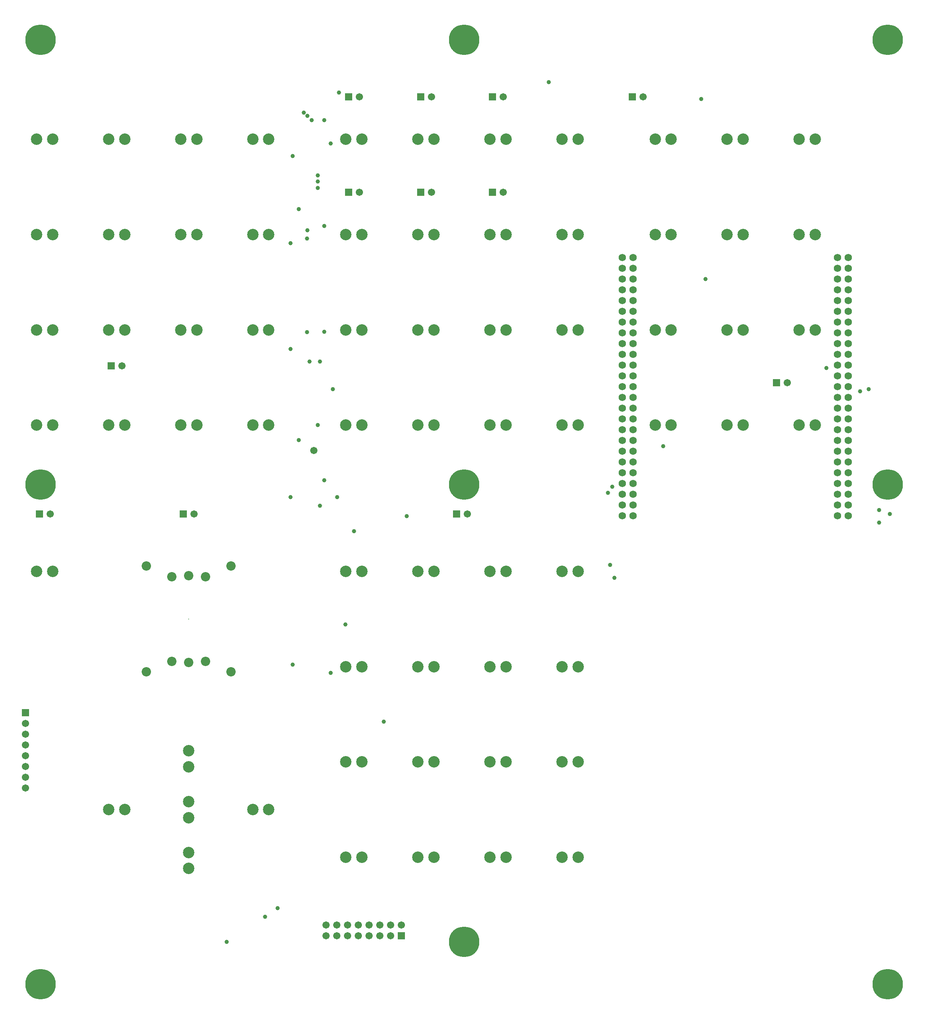
<source format=gbr>
%TF.GenerationSoftware,Altium Limited,Altium Designer,20.2.5 (213)*%
G04 Layer_Color=16711935*
%FSLAX45Y45*%
%MOMM*%
%TF.SameCoordinates,662F433C-BD6F-4083-8A0F-E7C0AAC1164F*%
%TF.FilePolarity,Negative*%
%TF.FileFunction,Soldermask,Bot*%
%TF.Part,Single*%
G01*
G75*
%TA.AperFunction,ComponentPad*%
%ADD33C,2.70320*%
%ADD34C,1.70320*%
%ADD35R,1.70320X1.70320*%
%ADD36C,1.72720*%
%ADD37R,1.70320X1.70320*%
%ADD38C,0.20320*%
%ADD39C,2.20320*%
%TA.AperFunction,ViaPad*%
%ADD40C,7.20320*%
%ADD41C,1.00320*%
%ADD42C,1.70320*%
D33*
X15410001Y20450000D02*
D03*
X15789999D02*
D03*
X18810001Y13700000D02*
D03*
X19189999D02*
D03*
X4400008Y4435000D02*
D03*
Y4815000D02*
D03*
X18810001Y15950000D02*
D03*
X19189999D02*
D03*
X18810001Y18200000D02*
D03*
X19189999D02*
D03*
X18810001Y20450000D02*
D03*
X19189999D02*
D03*
X17110001Y13700000D02*
D03*
X17489999D02*
D03*
X17110001Y15950000D02*
D03*
X17489999D02*
D03*
X17110001Y18200000D02*
D03*
X17489999D02*
D03*
X17110001Y20450000D02*
D03*
X17489999D02*
D03*
X15410001Y13700000D02*
D03*
X15789999D02*
D03*
X15410001Y15950000D02*
D03*
X15789999D02*
D03*
X15410001Y18200000D02*
D03*
X15789999D02*
D03*
X13210001Y13700000D02*
D03*
X13589999D02*
D03*
X11510000D02*
D03*
X11890000D02*
D03*
X9810000D02*
D03*
X10190000D02*
D03*
X8110000D02*
D03*
X8490000D02*
D03*
X13210001Y15950000D02*
D03*
X13589999D02*
D03*
X11510000D02*
D03*
X11890000D02*
D03*
X9810000D02*
D03*
X10190000D02*
D03*
X8110000D02*
D03*
X8490000D02*
D03*
X13210001Y18200000D02*
D03*
X13589999D02*
D03*
X11510000D02*
D03*
X11890000D02*
D03*
X9810000D02*
D03*
X10190000D02*
D03*
X8110000D02*
D03*
X8490000D02*
D03*
X13210001Y20450000D02*
D03*
X13589999D02*
D03*
X11510000D02*
D03*
X11890000D02*
D03*
X9810000D02*
D03*
X10190000D02*
D03*
X8110000D02*
D03*
X8490000D02*
D03*
X13210001Y10250000D02*
D03*
X13589999D02*
D03*
X13210001Y8000000D02*
D03*
X13589999D02*
D03*
X13210001Y5750000D02*
D03*
X13589999D02*
D03*
X13210001Y3500000D02*
D03*
X13589999D02*
D03*
X11510000D02*
D03*
X11890000D02*
D03*
X9810000D02*
D03*
X10190000D02*
D03*
X11510000Y10250000D02*
D03*
X11890000D02*
D03*
X9810000D02*
D03*
X10190000D02*
D03*
X8110000D02*
D03*
X8490000D02*
D03*
X11510000Y8000000D02*
D03*
X11890000D02*
D03*
X9810000D02*
D03*
X10190000D02*
D03*
X8110000D02*
D03*
X8490000D02*
D03*
X11510000Y5750000D02*
D03*
X11890000D02*
D03*
X9810000D02*
D03*
X10190000D02*
D03*
X8110000D02*
D03*
X8490000D02*
D03*
X8110000Y3500000D02*
D03*
X8490000D02*
D03*
X4400000Y3235000D02*
D03*
Y3615000D02*
D03*
Y5635000D02*
D03*
Y6015000D02*
D03*
X5910000Y4625000D02*
D03*
X6290000D02*
D03*
X2510000D02*
D03*
X2890000D02*
D03*
X810000Y10250000D02*
D03*
X1190000D02*
D03*
X5910000Y13700000D02*
D03*
X6290000D02*
D03*
X4210000D02*
D03*
X4590000D02*
D03*
X2510000D02*
D03*
X2890000D02*
D03*
X810000D02*
D03*
X1190000D02*
D03*
X5910000Y15950000D02*
D03*
X6290000D02*
D03*
X4210000D02*
D03*
X4590000D02*
D03*
X2510000D02*
D03*
X2890000D02*
D03*
X810000D02*
D03*
X1190000D02*
D03*
X5910000Y18200000D02*
D03*
X6290000D02*
D03*
X4210000D02*
D03*
X4590000D02*
D03*
X2510000D02*
D03*
X2890000D02*
D03*
X810000D02*
D03*
X1190000D02*
D03*
X5910000Y20450000D02*
D03*
X6290000D02*
D03*
X4210000D02*
D03*
X4590000D02*
D03*
X2510000D02*
D03*
X2890000D02*
D03*
X810000D02*
D03*
X1190000D02*
D03*
D34*
X2827000Y15100000D02*
D03*
X9416000Y1904000D02*
D03*
X9162000Y1650000D02*
D03*
Y1904000D02*
D03*
X8908000Y1650000D02*
D03*
Y1904000D02*
D03*
X8654000Y1650000D02*
D03*
Y1904000D02*
D03*
X8400000Y1650000D02*
D03*
Y1904000D02*
D03*
X8146000Y1650000D02*
D03*
Y1904000D02*
D03*
X7892000Y1650000D02*
D03*
Y1904000D02*
D03*
X7638000Y1650000D02*
D03*
Y1904000D02*
D03*
X550000Y6658000D02*
D03*
Y6404000D02*
D03*
Y6150000D02*
D03*
Y5896000D02*
D03*
Y5642000D02*
D03*
Y5388000D02*
D03*
Y5134000D02*
D03*
X10977000Y11600000D02*
D03*
X4527000D02*
D03*
X1127000D02*
D03*
X18527000Y14700000D02*
D03*
X11827000Y19200000D02*
D03*
X10127000D02*
D03*
X8427000D02*
D03*
X15127000Y21450000D02*
D03*
X11827000D02*
D03*
X10127000D02*
D03*
X8427000D02*
D03*
D35*
X2573000Y15100000D02*
D03*
X9416000Y1650000D02*
D03*
X10723000Y11600000D02*
D03*
X4273000D02*
D03*
X873000D02*
D03*
X18273000Y14700000D02*
D03*
X11573000Y19200000D02*
D03*
X9873000D02*
D03*
X8173000D02*
D03*
X14873000Y21450000D02*
D03*
X11573000D02*
D03*
X9873000D02*
D03*
X8173000D02*
D03*
D36*
X19967999Y17656000D02*
D03*
X19714000D02*
D03*
X19967999Y17402000D02*
D03*
X19714000D02*
D03*
X19967999Y17148000D02*
D03*
X19714000D02*
D03*
X19967999Y16894000D02*
D03*
X19714000D02*
D03*
X19967999Y16639999D02*
D03*
X19714000D02*
D03*
X19967999Y16386000D02*
D03*
X19714000D02*
D03*
X19967999Y16132001D02*
D03*
X19714000D02*
D03*
X19967999Y15878000D02*
D03*
X19714000D02*
D03*
X19967999Y15624001D02*
D03*
X19714000D02*
D03*
X19967999Y15370000D02*
D03*
X19714000D02*
D03*
X19967999Y15116000D02*
D03*
X19714000D02*
D03*
X19967999Y14862000D02*
D03*
X19714000D02*
D03*
X19967999Y14608000D02*
D03*
X19714000D02*
D03*
X19967999Y14353999D02*
D03*
X19714000D02*
D03*
X19967999Y14100000D02*
D03*
X19714000D02*
D03*
X19967999Y13846001D02*
D03*
X19714000D02*
D03*
X19967999Y13592000D02*
D03*
X19714000D02*
D03*
X19967999Y13338000D02*
D03*
X19714000D02*
D03*
X19967999Y13084000D02*
D03*
X19714000D02*
D03*
X19967999Y12830000D02*
D03*
X19714000D02*
D03*
X19967999Y12576000D02*
D03*
X19714000D02*
D03*
X19967999Y12322000D02*
D03*
X19714000D02*
D03*
X19967999Y12068000D02*
D03*
X19714000D02*
D03*
X19967999Y11814000D02*
D03*
X19714000D02*
D03*
X19967999Y11560000D02*
D03*
X19714000D02*
D03*
X14888000Y17656000D02*
D03*
X14634000D02*
D03*
X14888000Y17402000D02*
D03*
X14634000D02*
D03*
X14888000Y17148000D02*
D03*
X14634000D02*
D03*
X14888000Y16894000D02*
D03*
X14634000D02*
D03*
X14888000Y16639999D02*
D03*
X14634000D02*
D03*
X14888000Y16386000D02*
D03*
X14634000D02*
D03*
X14888000Y16132001D02*
D03*
X14634000D02*
D03*
X14888000Y15878000D02*
D03*
X14634000D02*
D03*
X14888000Y15624001D02*
D03*
X14634000D02*
D03*
X14888000Y15370000D02*
D03*
X14634000D02*
D03*
X14888000Y15116000D02*
D03*
X14634000D02*
D03*
X14888000Y14862000D02*
D03*
X14634000D02*
D03*
X14888000Y14608000D02*
D03*
X14634000D02*
D03*
X14888000Y14353999D02*
D03*
X14634000D02*
D03*
X14888000Y14100000D02*
D03*
X14634000D02*
D03*
X14888000Y13846001D02*
D03*
X14634000D02*
D03*
X14888000Y13592000D02*
D03*
X14634000D02*
D03*
X14888000Y13338000D02*
D03*
X14634000D02*
D03*
X14888000Y13084000D02*
D03*
X14634000D02*
D03*
X14888000Y12830000D02*
D03*
X14634000D02*
D03*
X14888000Y12576000D02*
D03*
X14634000D02*
D03*
X14888000Y12322000D02*
D03*
X14634000D02*
D03*
X14888000Y12068000D02*
D03*
X14634000D02*
D03*
X14888000Y11814000D02*
D03*
X14634000D02*
D03*
X14888000Y11560000D02*
D03*
X14634000D02*
D03*
D37*
X550000Y6912000D02*
D03*
D38*
X4400000Y9125000D02*
D03*
D39*
X4800000Y8125000D02*
D03*
X4000000D02*
D03*
X4800000Y10125000D02*
D03*
X4000000D02*
D03*
X4400000Y8100000D02*
D03*
Y10150000D02*
D03*
X5400000Y10375000D02*
D03*
X3400000D02*
D03*
X5400000Y7875000D02*
D03*
X3400000D02*
D03*
D40*
X900000Y22800000D02*
D03*
Y12300000D02*
D03*
Y500000D02*
D03*
X10900000Y22800000D02*
D03*
Y12300000D02*
D03*
Y1500000D02*
D03*
X20900000Y500000D02*
D03*
Y12300000D02*
D03*
Y22800000D02*
D03*
D41*
X19450000Y15050000D02*
D03*
X16500000Y21400000D02*
D03*
X16600000Y17150000D02*
D03*
X7000000Y13350000D02*
D03*
X15600000Y13200000D02*
D03*
X12900000Y21800000D02*
D03*
X7950000Y21550000D02*
D03*
X7449985Y19599960D02*
D03*
X7450000Y19450000D02*
D03*
Y19300000D02*
D03*
X14400000Y12250000D02*
D03*
X14300000Y12100000D02*
D03*
X14450000Y10100000D02*
D03*
X14350000Y10400000D02*
D03*
X6850000Y8050000D02*
D03*
X20700000Y11700000D02*
D03*
X7750000Y7850000D02*
D03*
X7900000Y12000000D02*
D03*
X20450000Y14550000D02*
D03*
X9000000Y6700000D02*
D03*
X9550000Y11550000D02*
D03*
X8100000Y9000000D02*
D03*
X8300000Y11200000D02*
D03*
X7450000Y13700000D02*
D03*
X7750000Y20350000D02*
D03*
X7800000Y14550000D02*
D03*
X20250000Y14500000D02*
D03*
X20950000Y11600000D02*
D03*
X20700000Y11400000D02*
D03*
X6800000Y18000000D02*
D03*
Y15500000D02*
D03*
Y12000000D02*
D03*
X5300000Y1500000D02*
D03*
X6850000Y20050000D02*
D03*
X7195250Y15895250D02*
D03*
X7500000Y15200000D02*
D03*
X7250000D02*
D03*
X7000000Y18800000D02*
D03*
X7190128Y18105206D02*
D03*
X7200000Y18300000D02*
D03*
X7597289Y15902711D02*
D03*
X7600000Y18400000D02*
D03*
Y12400000D02*
D03*
X6200000Y2100000D02*
D03*
X7600000Y20900000D02*
D03*
X6500000Y2300000D02*
D03*
X7500000Y11800000D02*
D03*
X7120000Y21075497D02*
D03*
X7200000Y21000000D02*
D03*
X7300000Y20900000D02*
D03*
D42*
X7350000Y13100000D02*
D03*
%TF.MD5,9f28f7e3c429e3e5d9df051c16e2089c*%
M02*

</source>
